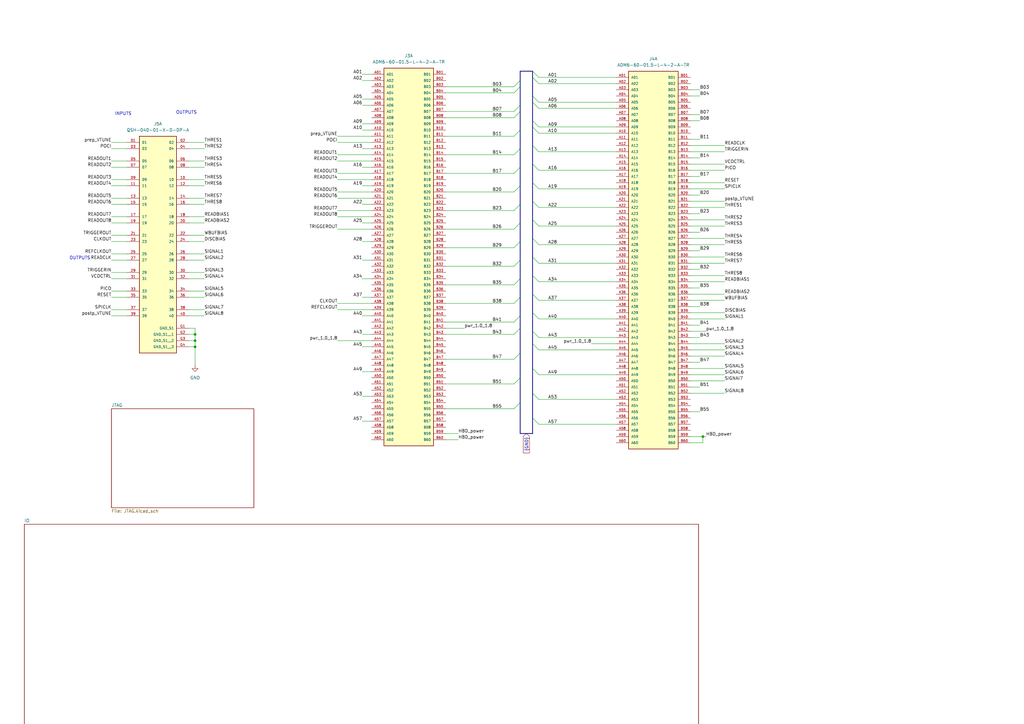
<source format=kicad_sch>
(kicad_sch (version 20231120) (generator "eeschema") (generator_version "8.0")
  (paper "A3")
  (lib_symbols
    (symbol "PSEC5_ctrlbd:ADM6-60-01.5-L-4-2-A-TR" (pin_names (offset 1.016))
      (property "Reference" "J" (at -10.16 77.47 0))
      (property "Value" "ADM6-60-01.5-L-4-2-A-TR" (at -10.16 -80.01 0))
      (symbol "ADM6-60-01.5-L-4-2-A-TR_1_0"
        (rectangle (start -10.16 -78.74) (end 10.16 76.2) (stroke (width 0.254)) (fill (type background)))
        (pin passive line (at -15.24 73.66 0) (length 5.08) (name "A01") (number "A01"))
        (pin passive line (at -15.24 71.12 0) (length 5.08) (name "A02") (number "A02"))
        (pin passive line (at -15.24 68.58 0) (length 5.08) (name "A03") (number "A03"))
        (pin passive line (at -15.24 66.04 0) (length 5.08) (name "A04") (number "A04"))
        (pin passive line (at -15.24 63.5 0) (length 5.08) (name "A05") (number "A05"))
        (pin passive line (at -15.24 60.96 0) (length 5.08) (name "A06") (number "A06"))
        (pin passive line (at -15.24 58.42 0) (length 5.08) (name "A07") (number "A07"))
        (pin passive line (at -15.24 55.88 0) (length 5.08) (name "A08") (number "A08"))
        (pin passive line (at -15.24 53.34 0) (length 5.08) (name "A09") (number "A09"))
        (pin passive line (at -15.24 50.8 0) (length 5.08) (name "A10") (number "A10"))
        (pin passive line (at -15.24 48.26 0) (length 5.08) (name "A11") (number "A11"))
        (pin passive line (at -15.24 45.72 0) (length 5.08) (name "A12") (number "A12"))
        (pin passive line (at -15.24 43.18 0) (length 5.08) (name "A13") (number "A13"))
        (pin passive line (at -15.24 40.64 0) (length 5.08) (name "A14") (number "A14"))
        (pin passive line (at -15.24 38.1 0) (length 5.08) (name "A15") (number "A15"))
        (pin passive line (at -15.24 35.56 0) (length 5.08) (name "A16") (number "A16"))
        (pin passive line (at -15.24 33.02 0) (length 5.08) (name "A17") (number "A17"))
        (pin passive line (at -15.24 30.48 0) (length 5.08) (name "A18") (number "A18"))
        (pin passive line (at -15.24 27.94 0) (length 5.08) (name "A19") (number "A19"))
        (pin passive line (at -15.24 25.4 0) (length 5.08) (name "A20") (number "A20"))
        (pin passive line (at -15.24 22.86 0) (length 5.08) (name "A21") (number "A21"))
        (pin passive line (at -15.24 20.32 0) (length 5.08) (name "A22") (number "A22"))
        (pin passive line (at -15.24 17.78 0) (length 5.08) (name "A23") (number "A23"))
        (pin passive line (at -15.24 15.24 0) (length 5.08) (name "A24") (number "A24"))
        (pin passive line (at -15.24 12.7 0) (length 5.08) (name "A25") (number "A25"))
        (pin passive line (at -15.24 10.16 0) (length 5.08) (name "A26") (number "A26"))
        (pin passive line (at -15.24 7.62 0) (length 5.08) (name "A27") (number "A27"))
        (pin passive line (at -15.24 5.08 0) (length 5.08) (name "A28") (number "A28"))
        (pin passive line (at -15.24 2.54 0) (length 5.08) (name "A29") (number "A29"))
        (pin passive line (at -15.24 0 0) (length 5.08) (name "A30") (number "A30"))
        (pin passive line (at -15.24 -2.54 0) (length 5.08) (name "A31") (number "A31"))
        (pin passive line (at -15.24 -5.08 0) (length 5.08) (name "A32") (number "A32"))
        (pin passive line (at -15.24 -7.62 0) (length 5.08) (name "A33") (number "A33"))
        (pin passive line (at -15.24 -10.16 0) (length 5.08) (name "A34") (number "A34"))
        (pin passive line (at -15.24 -12.7 0) (length 5.08) (name "A35") (number "A35"))
        (pin passive line (at -15.24 -15.24 0) (length 5.08) (name "A36") (number "A36"))
        (pin passive line (at -15.24 -17.78 0) (length 5.08) (name "A37") (number "A37"))
        (pin passive line (at -15.24 -20.32 0) (length 5.08) (name "A38") (number "A38"))
        (pin passive line (at -15.24 -22.86 0) (length 5.08) (name "A39") (number "A39"))
        (pin passive line (at -15.24 -25.4 0) (length 5.08) (name "A40") (number "A40"))
        (pin passive line (at -15.24 -27.94 0) (length 5.08) (name "A41") (number "A41"))
        (pin passive line (at -15.24 -30.48 0) (length 5.08) (name "A42") (number "A42"))
        (pin passive line (at -15.24 -33.02 0) (length 5.08) (name "A43") (number "A43"))
        (pin passive line (at -15.24 -35.56 0) (length 5.08) (name "A44") (number "A44"))
        (pin passive line (at -15.24 -38.1 0) (length 5.08) (name "A45") (number "A45"))
        (pin passive line (at -15.24 -40.64 0) (length 5.08) (name "A46") (number "A46"))
        (pin passive line (at -15.24 -43.18 0) (length 5.08) (name "A47") (number "A47"))
        (pin passive line (at -15.24 -45.72 0) (length 5.08) (name "A48") (number "A48"))
        (pin passive line (at -15.24 -48.26 0) (length 5.08) (name "A49") (number "A49"))
        (pin passive line (at -15.24 -50.8 0) (length 5.08) (name "A50") (number "A50"))
        (pin passive line (at -15.24 -53.34 0) (length 5.08) (name "A51") (number "A51"))
        (pin passive line (at -15.24 -55.88 0) (length 5.08) (name "A52") (number "A52"))
        (pin passive line (at -15.24 -58.42 0) (length 5.08) (name "A53") (number "A53"))
        (pin passive line (at -15.24 -60.96 0) (length 5.08) (name "A54") (number "A54"))
        (pin passive line (at -15.24 -63.5 0) (length 5.08) (name "A55") (number "A55"))
        (pin passive line (at -15.24 -66.04 0) (length 5.08) (name "A56") (number "A56"))
        (pin passive line (at -15.24 -68.58 0) (length 5.08) (name "A57") (number "A57"))
        (pin passive line (at -15.24 -71.12 0) (length 5.08) (name "A58") (number "A58"))
        (pin passive line (at -15.24 -73.66 0) (length 5.08) (name "A59") (number "A59"))
        (pin passive line (at -15.24 -76.2 0) (length 5.08) (name "A60") (number "A60"))
        (pin passive line (at 15.24 73.66 180) (length 5.08) (name "B01") (number "B01"))
        (pin passive line (at 15.24 71.12 180) (length 5.08) (name "B02") (number "B02"))
        (pin passive line (at 15.24 68.58 180) (length 5.08) (name "B03") (number "B03"))
        (pin passive line (at 15.24 66.04 180) (length 5.08) (name "B04") (number "B04"))
        (pin passive line (at 15.24 63.5 180) (length 5.08) (name "B05") (number "B05"))
        (pin passive line (at 15.24 60.96 180) (length 5.08) (name "B06") (number "B06"))
        (pin passive line (at 15.24 58.42 180) (length 5.08) (name "B07") (number "B07"))
        (pin passive line (at 15.24 55.88 180) (length 5.08) (name "B08") (number "B08"))
        (pin passive line (at 15.24 53.34 180) (length 5.08) (name "B09") (number "B09"))
        (pin passive line (at 15.24 50.8 180) (length 5.08) (name "B10") (number "B10"))
        (pin passive line (at 15.24 48.26 180) (length 5.08) (name "B11") (number "B11"))
        (pin passive line (at 15.24 45.72 180) (length 5.08) (name "B12") (number "B12"))
        (pin passive line (at 15.24 43.18 180) (length 5.08) (name "B13") (number "B13"))
        (pin passive line (at 15.24 40.64 180) (length 5.08) (name "B14") (number "B14"))
        (pin passive line (at 15.24 38.1 180) (length 5.08) (name "B15") (number "B15"))
        (pin passive line (at 15.24 35.56 180) (length 5.08) (name "B16") (number "B16"))
        (pin passive line (at 15.24 33.02 180) (length 5.08) (name "B17") (number "B17"))
        (pin passive line (at 15.24 30.48 180) (length 5.08) (name "B18") (number "B18"))
        (pin passive line (at 15.24 27.94 180) (length 5.08) (name "B19") (number "B19"))
        (pin passive line (at 15.24 25.4 180) (length 5.08) (name "B20") (number "B20"))
        (pin passive line (at 15.24 22.86 180) (length 5.08) (name "B21") (number "B21"))
        (pin passive line (at 15.24 20.32 180) (length 5.08) (name "B22") (number "B22"))
        (pin passive line (at 15.24 17.78 180) (length 5.08) (name "B23") (number "B23"))
        (pin passive line (at 15.24 15.24 180) (length 5.08) (name "B24") (number "B24"))
        (pin passive line (at 15.24 12.7 180) (length 5.08) (name "B25") (number "B25"))
        (pin passive line (at 15.24 10.16 180) (length 5.08) (name "B26") (number "B26"))
        (pin passive line (at 15.24 7.62 180) (length 5.08) (name "B27") (number "B27"))
        (pin passive line (at 15.24 5.08 180) (length 5.08) (name "B28") (number "B28"))
        (pin passive line (at 15.24 2.54 180) (length 5.08) (name "B29") (number "B29"))
        (pin passive line (at 15.24 0 180) (length 5.08) (name "B30") (number "B30"))
        (pin passive line (at 15.24 -2.54 180) (length 5.08) (name "B31") (number "B31"))
        (pin passive line (at 15.24 -5.08 180) (length 5.08) (name "B32") (number "B32"))
        (pin passive line (at 15.24 -7.62 180) (length 5.08) (name "B33") (number "B33"))
        (pin passive line (at 15.24 -10.16 180) (length 5.08) (name "B34") (number "B34"))
        (pin passive line (at 15.24 -12.7 180) (length 5.08) (name "B35") (number "B35"))
        (pin passive line (at 15.24 -15.24 180) (length 5.08) (name "B36") (number "B36"))
        (pin passive line (at 15.24 -17.78 180) (length 5.08) (name "B37") (number "B37"))
        (pin passive line (at 15.24 -20.32 180) (length 5.08) (name "B38") (number "B38"))
        (pin passive line (at 15.24 -22.86 180) (length 5.08) (name "B39") (number "B39"))
        (pin passive line (at 15.24 -25.4 180) (length 5.08) (name "B40") (number "B40"))
        (pin passive line (at 15.24 -27.94 180) (length 5.08) (name "B41") (number "B41"))
        (pin passive line (at 15.24 -30.48 180) (length 5.08) (name "B42") (number "B42"))
        (pin passive line (at 15.24 -33.02 180) (length 5.08) (name "B43") (number "B43"))
        (pin passive line (at 15.24 -35.56 180) (length 5.08) (name "B44") (number "B44"))
        (pin passive line (at 15.24 -38.1 180) (length 5.08) (name "B45") (number "B45"))
        (pin passive line (at 15.24 -40.64 180) (length 5.08) (name "B46") (number "B46"))
        (pin passive line (at 15.24 -43.18 180) (length 5.08) (name "B47") (number "B47"))
        (pin passive line (at 15.24 -45.72 180) (length 5.08) (name "B48") (number "B48"))
        (pin passive line (at 15.24 -48.26 180) (length 5.08) (name "B49") (number "B49"))
        (pin passive line (at 15.24 -50.8 180) (length 5.08) (name "B50") (number "B50"))
        (pin passive line (at 15.24 -53.34 180) (length 5.08) (name "B51") (number "B51"))
        (pin passive line (at 15.24 -55.88 180) (length 5.08) (name "B52") (number "B52"))
        (pin passive line (at 15.24 -58.42 180) (length 5.08) (name "B53") (number "B53"))
        (pin passive line (at 15.24 -60.96 180) (length 5.08) (name "B54") (number "B54"))
        (pin passive line (at 15.24 -63.5 180) (length 5.08) (name "B55") (number "B55"))
        (pin passive line (at 15.24 -66.04 180) (length 5.08) (name "B56") (number "B56"))
        (pin passive line (at 15.24 -68.58 180) (length 5.08) (name "B57") (number "B57"))
        (pin passive line (at 15.24 -71.12 180) (length 5.08) (name "B58") (number "B58"))
        (pin passive line (at 15.24 -73.66 180) (length 5.08) (name "B59") (number "B59"))
        (pin passive line (at 15.24 -76.2 180) (length 5.08) (name "B60") (number "B60"))
      )
      (symbol "ADM6-60-01.5-L-4-2-A-TR_2_0"
        (rectangle (start -10.16 -78.74) (end 10.16 76.2) (stroke (width 0.254)) (fill (type background)))
        (pin passive line (at -15.24 73.66 0) (length 5.08) (name "C01") (number "C01"))
        (pin passive line (at -15.24 71.12 0) (length 5.08) (name "C02") (number "C02"))
        (pin passive line (at -15.24 68.58 0) (length 5.08) (name "C03") (number "C03"))
        (pin passive line (at -15.24 66.04 0) (length 5.08) (name "C04") (number "C04"))
        (pin passive line (at -15.24 63.5 0) (length 5.08) (name "C05") (number "C05"))
        (pin passive line (at -15.24 60.96 0) (length 5.08) (name "C06") (number "C06"))
        (pin passive line (at -15.24 58.42 0) (length 5.08) (name "C07") (number "C07"))
        (pin passive line (at -15.24 55.88 0) (length 5.08) (name "C08") (number "C08"))
        (pin passive line (at -15.24 53.34 0) (length 5.08) (name "C09") (number "C09"))
        (pin passive line (at -15.24 50.8 0) (length 5.08) (name "C10") (number "C10"))
        (pin passive line (at -15.24 48.26 0) (length 5.08) (name "C11") (number "C11"))
        (pin passive line (at -15.24 45.72 0) (length 5.08) (name "C12") (number "C12"))
        (pin passive line (at -15.24 43.18 0) (length 5.08) (name "C13") (number "C13"))
        (pin passive line (at -15.24 40.64 0) (length 5.08) (name "C14") (number "C14"))
        (pin passive line (at -15.24 38.1 0) (length 5.08) (name "C15") (number "C15"))
        (pin passive line (at -15.24 35.56 0) (length 5.08) (name "C16") (number "C16"))
        (pin passive line (at -15.24 33.02 0) (length 5.08) (name "C17") (number "C17"))
        (pin passive line (at -15.24 30.48 0) (length 5.08) (name "C18") (number "C18"))
        (pin passive line (at -15.24 27.94 0) (length 5.08) (name "C19") (number "C19"))
        (pin passive line (at -15.24 25.4 0) (length 5.08) (name "C20") (number "C20"))
        (pin passive line (at -15.24 22.86 0) (length 5.08) (name "C21") (number "C21"))
        (pin passive line (at -15.24 20.32 0) (length 5.08) (name "C22") (number "C22"))
        (pin passive line (at -15.24 17.78 0) (length 5.08) (name "C23") (number "C23"))
        (pin passive line (at -15.24 15.24 0) (length 5.08) (name "C24") (number "C24"))
        (pin passive line (at -15.24 12.7 0) (length 5.08) (name "C25") (number "C25"))
        (pin passive line (at -15.24 10.16 0) (length 5.08) (name "C26") (number "C26"))
        (pin passive line (at -15.24 7.62 0) (length 5.08) (name "C27") (number "C27"))
        (pin passive line (at -15.24 5.08 0) (length 5.08) (name "C28") (number "C28"))
        (pin passive line (at -15.24 2.54 0) (length 5.08) (name "C29") (number "C29"))
        (pin passive line (at -15.24 0 0) (length 5.08) (name "C30") (number "C30"))
        (pin passive line (at -15.24 -2.54 0) (length 5.08) (name "C31") (number "C31"))
        (pin passive line (at -15.24 -5.08 0) (length 5.08) (name "C32") (number "C32"))
        (pin passive line (at -15.24 -7.62 0) (length 5.08) (name "C33") (number "C33"))
        (pin passive line (at -15.24 -10.16 0) (length 5.08) (name "C34") (number "C34"))
        (pin passive line (at -15.24 -12.7 0) (length 5.08) (name "C35") (number "C35"))
        (pin passive line (at -15.24 -15.24 0) (length 5.08) (name "C36") (number "C36"))
        (pin passive line (at -15.24 -17.78 0) (length 5.08) (name "C37") (number "C37"))
        (pin passive line (at -15.24 -20.32 0) (length 5.08) (name "C38") (number "C38"))
        (pin passive line (at -15.24 -22.86 0) (length 5.08) (name "C39") (number "C39"))
        (pin passive line (at -15.24 -25.4 0) (length 5.08) (name "C40") (number "C40"))
        (pin passive line (at -15.24 -27.94 0) (length 5.08) (name "C41") (number "C41"))
        (pin passive line (at -15.24 -30.48 0) (length 5.08) (name "C42") (number "C42"))
        (pin passive line (at -15.24 -33.02 0) (length 5.08) (name "C43") (number "C43"))
        (pin passive line (at -15.24 -35.56 0) (length 5.08) (name "C44") (number "C44"))
        (pin passive line (at -15.24 -38.1 0) (length 5.08) (name "C45") (number "C45"))
        (pin passive line (at -15.24 -40.64 0) (length 5.08) (name "C46") (number "C46"))
        (pin passive line (at -15.24 -43.18 0) (length 5.08) (name "C47") (number "C47"))
        (pin passive line (at -15.24 -45.72 0) (length 5.08) (name "C48") (number "C48"))
        (pin passive line (at -15.24 -48.26 0) (length 5.08) (name "C49") (number "C49"))
        (pin passive line (at -15.24 -50.8 0) (length 5.08) (name "C50") (number "C50"))
        (pin passive line (at -15.24 -53.34 0) (length 5.08) (name "C51") (number "C51"))
        (pin passive line (at -15.24 -55.88 0) (length 5.08) (name "C52") (number "C52"))
        (pin passive line (at -15.24 -58.42 0) (length 5.08) (name "C53") (number "C53"))
        (pin passive line (at -15.24 -60.96 0) (length 5.08) (name "C54") (number "C54"))
        (pin passive line (at -15.24 -63.5 0) (length 5.08) (name "C55") (number "C55"))
        (pin passive line (at -15.24 -66.04 0) (length 5.08) (name "C56") (number "C56"))
        (pin passive line (at -15.24 -68.58 0) (length 5.08) (name "C57") (number "C57"))
        (pin passive line (at -15.24 -71.12 0) (length 5.08) (name "C58") (number "C58"))
        (pin passive line (at -15.24 -73.66 0) (length 5.08) (name "C59") (number "C59"))
        (pin passive line (at -15.24 -76.2 0) (length 5.08) (name "C60") (number "C60"))
        (pin passive line (at 15.24 73.66 180) (length 5.08) (name "D01") (number "D01"))
        (pin passive line (at 15.24 71.12 180) (length 5.08) (name "D02") (number "D02"))
        (pin passive line (at 15.24 68.58 180) (length 5.08) (name "D03") (number "D03"))
        (pin passive line (at 15.24 66.04 180) (length 5.08) (name "D04") (number "D04"))
        (pin passive line (at 15.24 63.5 180) (length 5.08) (name "D05") (number "D05"))
        (pin passive line (at 15.24 60.96 180) (length 5.08) (name "D06") (number "D06"))
        (pin passive line (at 15.24 58.42 180) (length 5.08) (name "D07") (number "D07"))
        (pin passive line (at 15.24 55.88 180) (length 5.08) (name "D08") (number "D08"))
        (pin passive line (at 15.24 53.34 180) (length 5.08) (name "D09") (number "D09"))
        (pin passive line (at 15.24 50.8 180) (length 5.08) (name "D10") (number "D10"))
        (pin passive line (at 15.24 48.26 180) (length 5.08) (name "D11") (number "D11"))
        (pin passive line (at 15.24 45.72 180) (length 5.08) (name "D12") (number "D12"))
        (pin passive line (at 15.24 43.18 180) (length 5.08) (name "D13") (number "D13"))
        (pin passive line (at 15.24 40.64 180) (length 5.08) (name "D14") (number "D14"))
        (pin passive line (at 15.24 38.1 180) (length 5.08) (name "D15") (number "D15"))
        (pin passive line (at 15.24 35.56 180) (length 5.08) (name "D16") (number "D16"))
        (pin passive line (at 15.24 33.02 180) (length 5.08) (name "D17") (number "D17"))
        (pin passive line (at 15.24 30.48 180) (length 5.08) (name "D18") (number "D18"))
        (pin passive line (at 15.24 27.94 180) (length 5.08) (name "D19") (number "D19"))
        (pin passive line (at 15.24 25.4 180) (length 5.08) (name "D20") (number "D20"))
        (pin passive line (at 15.24 22.86 180) (length 5.08) (name "D21") (number "D21"))
        (pin passive line (at 15.24 20.32 180) (length 5.08) (name "D22") (number "D22"))
        (pin passive line (at 15.24 17.78 180) (length 5.08) (name "D23") (number "D23"))
        (pin passive line (at 15.24 15.24 180) (length 5.08) (name "D24") (number "D24"))
        (pin passive line (at 15.24 12.7 180) (length 5.08) (name "D25") (number "D25"))
        (pin passive line (at 15.24 10.16 180) (length 5.08) (name "D26") (number "D26"))
        (pin passive line (at 15.24 7.62 180) (length 5.08) (name "D27") (number "D27"))
        (pin passive line (at 15.24 5.08 180) (length 5.08) (name "D28") (number "D28"))
        (pin passive line (at 15.24 2.54 180) (length 5.08) (name "D29") (number "D29"))
        (pin passive line (at 15.24 0 180) (length 5.08) (name "D30") (number "D30"))
        (pin passive line (at 15.24 -2.54 180) (length 5.08) (name "D31") (number "D31"))
        (pin passive line (at 15.24 -5.08 180) (length 5.08) (name "D32") (number "D32"))
        (pin passive line (at 15.24 -7.62 180) (length 5.08) (name "D33") (number "D33"))
        (pin passive line (at 15.24 -10.16 180) (length 5.08) (name "D34") (number "D34"))
        (pin passive line (at 15.24 -12.7 180) (length 5.08) (name "D35") (number "D35"))
        (pin passive line (at 15.24 -15.24 180) (length 5.08) (name "D36") (number "D36"))
        (pin passive line (at 15.24 -17.78 180) (length 5.08) (name "D37") (number "D37"))
        (pin passive line (at 15.24 -20.32 180) (length 5.08) (name "D38") (number "D38"))
        (pin passive line (at 15.24 -22.86 180) (length 5.08) (name "D39") (number "D39"))
        (pin passive line (at 15.24 -25.4 180) (length 5.08) (name "D40") (number "D40"))
        (pin passive line (at 15.24 -27.94 180) (length 5.08) (name "D41") (number "D41"))
        (pin passive line (at 15.24 -30.48 180) (length 5.08) (name "D42") (number "D42"))
        (pin passive line (at 15.24 -33.02 180) (length 5.08) (name "D43") (number "D43"))
        (pin passive line (at 15.24 -35.56 180) (length 5.08) (name "D44") (number "D44"))
        (pin passive line (at 15.24 -38.1 180) (length 5.08) (name "D45") (number "D45"))
        (pin passive line (at 15.24 -40.64 180) (length 5.08) (name "D46") (number "D46"))
        (pin passive line (at 15.24 -43.18 180) (length 5.08) (name "D47") (number "D47"))
        (pin passive line (at 15.24 -45.72 180) (length 5.08) (name "D48") (number "D48"))
        (pin passive line (at 15.24 -48.26 180) (length 5.08) (name "D49") (number "D49"))
        (pin passive line (at 15.24 -50.8 180) (length 5.08) (name "D50") (number "D50"))
        (pin passive line (at 15.24 -53.34 180) (length 5.08) (name "D51") (number "D51"))
        (pin passive line (at 15.24 -55.88 180) (length 5.08) (name "D52") (number "D52"))
        (pin passive line (at 15.24 -58.42 180) (length 5.08) (name "D53") (number "D53"))
        (pin passive line (at 15.24 -60.96 180) (length 5.08) (name "D54") (number "D54"))
        (pin passive line (at 15.24 -63.5 180) (length 5.08) (name "D55") (number "D55"))
        (pin passive line (at 15.24 -66.04 180) (length 5.08) (name "D56") (number "D56"))
        (pin passive line (at 15.24 -68.58 180) (length 5.08) (name "D57") (number "D57"))
        (pin passive line (at 15.24 -71.12 180) (length 5.08) (name "D58") (number "D58"))
        (pin passive line (at 15.24 -73.66 180) (length 5.08) (name "D59") (number "D59"))
        (pin passive line (at 15.24 -76.2 180) (length 5.08) (name "D60") (number "D60"))
      )
    )
    (symbol "PSEC5_ctrlbd:QSH-040-01-X-D-DP-A" (pin_names (offset 1.016))
      (property "Reference" "J" (at -7.62 41.275 0))
      (property "Value" "QSH-040-01-X-D-DP-A" (at -11.43 -50.8 0))
      (symbol "QSH-040-01-X-D-DP-A_1_0"
        (rectangle (start -7.62 -48.26) (end 7.62 40.64) (stroke (width 0.254)) (fill (type background)))
        (pin passive line (at -12.7 38.1 0) (length 5.08) (name "01") (number "01"))
        (pin passive line (at 12.7 38.1 180) (length 5.08) (name "02") (number "02"))
        (pin passive line (at -12.7 35.56 0) (length 5.08) (name "03") (number "03"))
        (pin passive line (at 12.7 35.56 180) (length 5.08) (name "04") (number "04"))
        (pin passive line (at -12.7 30.48 0) (length 5.08) (name "05") (number "05"))
        (pin passive line (at 12.7 30.48 180) (length 5.08) (name "06") (number "06"))
        (pin passive line (at -12.7 27.94 0) (length 5.08) (name "07") (number "07"))
        (pin passive line (at 12.7 27.94 180) (length 5.08) (name "08") (number "08"))
        (pin passive line (at -12.7 22.86 0) (length 5.08) (name "09") (number "09"))
        (pin passive line (at 12.7 22.86 180) (length 5.08) (name "10") (number "10"))
        (pin passive line (at -12.7 20.32 0) (length 5.08) (name "11") (number "11"))
        (pin passive line (at 12.7 20.32 180) (length 5.08) (name "12") (number "12"))
        (pin passive line (at -12.7 15.24 0) (length 5.08) (name "13") (number "13"))
        (pin passive line (at 12.7 15.24 180) (length 5.08) (name "14") (number "14"))
        (pin passive line (at -12.7 12.7 0) (length 5.08) (name "15") (number "15"))
        (pin passive line (at 12.7 12.7 180) (length 5.08) (name "16") (number "16"))
        (pin passive line (at -12.7 7.62 0) (length 5.08) (name "17") (number "17"))
        (pin passive line (at 12.7 7.62 180) (length 5.08) (name "18") (number "18"))
        (pin passive line (at -12.7 5.08 0) (length 5.08) (name "19") (number "19"))
        (pin passive line (at 12.7 5.08 180) (length 5.08) (name "20") (number "20"))
        (pin passive line (at -12.7 0 0) (length 5.08) (name "21") (number "21"))
        (pin passive line (at 12.7 0 180) (length 5.08) (name "22") (number "22"))
        (pin passive line (at -12.7 -2.54 0) (length 5.08) (name "23") (number "23"))
        (pin passive line (at 12.7 -2.54 180) (length 5.08) (name "24") (number "24"))
        (pin passive line (at -12.7 -7.62 0) (length 5.08) (name "25") (number "25"))
        (pin passive line (at 12.7 -7.62 180) (length 5.08) (name "26") (number "26"))
        (pin passive line (at -12.7 -10.16 0) (length 5.08) (name "27") (number "27"))
        (pin passive line (at 12.7 -10.16 180) (length 5.08) (name "28") (number "28"))
        (pin passive line (at -12.7 -15.24 0) (length 5.08) (name "29") (number "29"))
        (pin passive line (at 12.7 -15.24 180) (length 5.08) (name "30") (number "30"))
        (pin passive line (at -12.7 -17.78 0) (length 5.08) (name "31") (number "31"))
        (pin passive line (at 12.7 -17.78 180) (length 5.08) (name "32") (number "32"))
        (pin passive line (at -12.7 -22.86 0) (length 5.08) (name "33") (number "33"))
        (pin passive line (at 12.7 -22.86 180) (length 5.08) (name "34") (number "34"))
        (pin passive line (at -12.7 -25.4 0) (length 5.08) (name "35") (number "35"))
        (pin passive line (at 12.7 -25.4 180) (length 5.08) (name "36") (number "36"))
        (pin passive line (at -12.7 -30.48 0) (length 5.08) (name "37") (number "37"))
        (pin passive line (at 12.7 -30.48 180) (length 5.08) (name "38") (number "38"))
        (pin passive line (at -12.7 -33.02 0) (length 5.08) (name "39") (number "39"))
        (pin passive line (at 12.7 -33.02 180) (length 5.08) (name "40") (number "40"))
        (pin power_in line (at 12.7 -38.1 180) (length 5.08) (name "GND_S1") (number "G1"))
        (pin power_in line (at 12.7 -40.64 180) (length 5.08) (name "GND_S1__1") (number "G2"))
        (pin power_in line (at 12.7 -43.18 180) (length 5.08) (name "GND_S1__2") (number "G3"))
        (pin power_in line (at 12.7 -45.72 180) (length 5.08) (name "GND_S1__3") (number "G4"))
      )
      (symbol "QSH-040-01-X-D-DP-A_2_0"
        (rectangle (start -7.62 -48.26) (end 7.62 40.64) (stroke (width 0.254)) (fill (type background)))
        (pin passive line (at -12.7 38.1 0) (length 5.08) (name "41") (number "41"))
        (pin passive line (at 12.7 38.1 180) (length 5.08) (name "42") (number "42"))
        (pin passive line (at -12.7 35.56 0) (length 5.08) (name "43") (number "43"))
        (pin passive line (at 12.7 35.56 180) (length 5.08) (name "44") (number "44"))
        (pin passive line (at -12.7 30.48 0) (length 5.08) (name "45") (number "45"))
        (pin passive line (at 12.7 30.48 180) (length 5.08) (name "46") (number "46"))
        (pin passive line (at -12.7 27.94 0) (length 5.08) (name "47") (number "47"))
        (pin passive line (at 12.7 27.94 180) (length 5.08) (name "48") (number "48"))
        (pin passive line (at -12.7 22.86 0) (length 5.08) (name "49") (number "49"))
        (pin passive line (at 12.7 22.86 180) (length 5.08) (name "50") (number "50"))
        (pin passive line (at -12.7 20.32 0) (length 5.08) (name "51") (number "51"))
        (pin passive line (at 12.7 20.32 180) (length 5.08) (name "52") (number "52"))
        (pin passive line (at -12.7 15.24 0) (length 5.08) (name "53") (number "53"))
        (pin passive line (at 12.7 15.24 180) (length 5.08) (name "54") (number "54"))
        (pin passive line (at -12.7 12.7 0) (length 5.08) (name "55") (number "55"))
        (pin passive line (at 12.7 12.7 180) (length 5.08) (name "56") (number "56"))
        (pin passive line (at -12.7 7.62 0) (length 5.08) (name "57") (number "57"))
        (pin passive line (at 12.7 7.62 180) (length 5.08) (name "58") (number "58"))
        (pin passive line (at -12.7 5.08 0) (length 5.08) (name "59") (number "59"))
        (pin passive line (at 12.7 5.08 180) (length 5.08) (name "60") (number "60"))
        (pin passive line (at -12.7 0 0) (length 5.08) (name "61") (number "61"))
        (pin passive line (at 12.7 0 180) (length 5.08) (name "62") (number "62"))
        (pin passive line (at -12.7 -2.54 0) (length 5.08) (name "63") (number "63"))
        (pin passive line (at 12.7 -2.54 180) (length 5.08) (name "64") (number "64"))
        (pin passive line (at -12.7 -7.62 0) (length 5.08) (name "65") (number "65"))
        (pin passive line (at 12.7 -7.62 180) (length 5.08) (name "66") (number "66"))
        (pin passive line (at -12.7 -10.16 0) (length 5.08) (name "67") (number "67"))
        (pin passive line (at 12.7 -10.16 180) (length 5.08) (name "68") (number "68"))
        (pin passive line (at -12.7 -15.24 0) (length 5.08) (name "69") (number "69"))
        (pin passive line (at 12.7 -15.24 180) (length 5.08) (name "70") (number "70"))
        (pin passive line (at -12.7 -17.78 0) (length 5.08) (name "71") (number "71"))
        (pin passive line (at 12.7 -17.78 180) (length 5.08) (name "72") (number "72"))
        (pin passive line (at -12.7 -22.86 0) (length 5.08) (name "73") (number "73"))
        (pin passive line (at 12.7 -22.86 180) (length 5.08) (name "74") (number "74"))
        (pin passive line (at -12.7 -25.4 0) (length 5.08) (name "75") (number "75"))
        (pin passive line (at 12.7 -25.4 180) (length 5.08) (name "76") (number "76"))
        (pin passive line (at -12.7 -30.48 0) (length 5.08) (name "77") (number "77"))
        (pin passive line (at 12.7 -30.48 180) (length 5.08) (name "78") (number "78"))
        (pin passive line (at -12.7 -33.02 0) (length 5.08) (name "79") (number "79"))
        (pin passive line (at 12.7 -33.02 180) (length 5.08) (name "80") (number "80"))
        (pin power_in line (at 12.7 -38.1 180) (length 5.08) (name "GND_S2") (number "G5"))
        (pin power_in line (at 12.7 -40.64 180) (length 5.08) (name "GND_S2__1") (number "G6"))
        (pin power_in line (at 12.7 -43.18 180) (length 5.08) (name "GND_S2__2") (number "G7"))
        (pin power_in line (at 12.7 -45.72 180) (length 5.08) (name "GND_S2__3") (number "G8"))
      )
    )
    (symbol "power:GND" (power) (pin_numbers hide) (pin_names (offset 0) hide)
      (property "Value" "GND" (at 0 -3.81 0))
      (symbol "GND_0_1"
        (polyline (pts (xy 0 0) (xy 0 -1.27) (xy 1.27 -1.27) (xy 0 -2.54) (xy -1.27 -1.27) (xy 0 -1.27)))
      )
      (symbol "GND_1_1"
        (pin power_in line (at 0 0 270) (length 0) (name "~") (number "1"))
      )
    )
  )
  (bus_alias "" (members))
  (bus_alias "GND" (members "B60" "B55" "B51" "B47" "B43" "B42" "B41" "B38" "B35" "B32" "B29" "B26" "B23" "B20" "B17" "B14" "B11" "B08" "B07" "B04" "B03" "A57" "A53" "A49" "A45" "A43" "A40" "A37" "A34" "A31" "A28" "A25" "A22" "A19" "A16" "A13" "A10" "A09" "A06" "A05" "A02" "A01"))
  (junction (at 80.01 142.24))
  (junction (at 80.01 139.7))
  (junction (at 80.01 137.16))
  (junction (at 288.29 179.07))
  (bus_entry (at 213.36 121.92) (size -2.54 2.54))
  (bus_entry (at 218.44 120.65) (size 2.54 2.54))
  (bus_entry (at 218.44 90.17) (size 2.54 2.54))
  (bus_entry (at 218.44 67.31) (size 2.54 2.54))
  (bus_entry (at 213.36 91.44) (size -2.54 2.54))
  (bus_entry (at 213.36 99.06) (size -2.54 2.54))
  (bus_entry (at 218.44 49.53) (size 2.54 2.54))
  (bus_entry (at 218.44 74.93) (size 2.54 2.54))
  (bus_entry (at 213.36 134.62) (size -2.54 2.54))
  (bus_entry (at 213.36 45.72) (size -2.54 2.54))
  (bus_entry (at 213.36 114.3) (size -2.54 2.54))
  (bus_entry (at 218.44 128.27) (size 2.54 2.54))
  (bus_entry (at 218.44 39.37) (size 2.54 2.54))
  (bus_entry (at 213.36 144.78) (size -2.54 2.54))
  (bus_entry (at 218.44 151.13) (size 2.54 2.54))
  (bus_entry (at 213.36 154.94) (size -2.54 2.54))
  (bus_entry (at 213.36 165.1) (size -2.54 2.54))
  (bus_entry (at 213.36 83.82) (size -2.54 2.54))
  (bus_entry (at 218.44 41.91) (size 2.54 2.54))
  (bus_entry (at 218.44 29.21) (size 2.54 2.54))
  (bus_entry (at 213.36 68.58) (size -2.54 2.54))
  (bus_entry (at 218.44 59.69) (size 2.54 2.54))
  (bus_entry (at 213.36 60.96) (size -2.54 2.54))
  (bus_entry (at 218.44 161.29) (size 2.54 2.54))
  (bus_entry (at 213.36 106.68) (size -2.54 2.54))
  (bus_entry (at 218.44 82.55) (size 2.54 2.54))
  (bus_entry (at 213.36 76.2) (size -2.54 2.54))
  (bus_entry (at 213.36 33.02) (size -2.54 2.54))
  (bus_entry (at 218.44 31.75) (size 2.54 2.54))
  (bus_entry (at 218.44 113.03) (size 2.54 2.54))
  (bus_entry (at 218.44 52.07) (size 2.54 2.54))
  (bus_entry (at 213.36 129.54) (size -2.54 2.54))
  (bus_entry (at 218.44 105.41) (size 2.54 2.54))
  (bus_entry (at 213.36 53.34) (size -2.54 2.54))
  (bus_entry (at 218.44 135.89) (size 2.54 2.54))
  (bus_entry (at 213.36 35.56) (size -2.54 2.54))
  (bus_entry (at 218.44 171.45) (size 2.54 2.54))
  (bus_entry (at 218.44 140.97) (size 2.54 2.54))
  (bus_entry (at 218.44 97.79) (size 2.54 2.54))
  (bus_entry (at 213.36 43.18) (size -2.54 2.54))
  (wire (pts (xy 138.43 124.46) (xy 152.4 124.46)))
  (wire (pts (xy 220.98 34.29) (xy 252.73 34.29)))
  (wire (pts (xy 283.21 77.47) (xy 297.18 77.47)))
  (bus (pts (xy 218.44 151.13) (xy 218.44 161.29)))
  (wire (pts (xy 45.72 121.92) (xy 52.07 121.92)))
  (wire (pts (xy 220.98 163.83) (xy 252.73 163.83)))
  (wire (pts (xy 283.21 39.37) (xy 287.02 39.37)))
  (wire (pts (xy 283.21 158.75) (xy 287.02 158.75)))
  (bus (pts (xy 213.36 114.3) (xy 213.36 121.92)))
  (wire (pts (xy 77.47 91.44) (xy 83.82 91.44)))
  (bus (pts (xy 218.44 128.27) (xy 218.44 135.89)))
  (wire (pts (xy 148.59 142.24) (xy 152.4 142.24)))
  (wire (pts (xy 220.98 100.33) (xy 252.73 100.33)))
  (wire (pts (xy 138.43 93.98) (xy 152.4 93.98)))
  (bus (pts (xy 218.44 49.53) (xy 218.44 52.07)))
  (wire (pts (xy 288.29 179.07) (xy 289.56 179.07)))
  (wire (pts (xy 182.88 116.84) (xy 210.82 116.84)))
  (wire (pts (xy 283.21 130.81) (xy 297.18 130.81)))
  (wire (pts (xy 182.88 55.88) (xy 210.82 55.88)))
  (bus (pts (xy 218.44 29.21) (xy 218.44 31.75)))
  (bus (pts (xy 213.36 83.82) (xy 213.36 91.44)))
  (wire (pts (xy 45.72 81.28) (xy 52.07 81.28)))
  (wire (pts (xy 288.29 179.07) (xy 288.29 181.61)))
  (wire (pts (xy 283.21 97.79) (xy 297.18 97.79)))
  (bus (pts (xy 218.44 39.37) (xy 218.44 41.91)))
  (wire (pts (xy 182.88 167.64) (xy 210.82 167.64)))
  (wire (pts (xy 220.98 41.91) (xy 252.73 41.91)))
  (wire (pts (xy 182.88 132.08) (xy 210.82 132.08)))
  (wire (pts (xy 182.88 101.6) (xy 210.82 101.6)))
  (bus (pts (xy 213.36 33.02) (xy 213.36 35.56)))
  (wire (pts (xy 220.98 138.43) (xy 252.73 138.43)))
  (wire (pts (xy 148.59 172.72) (xy 152.4 172.72)))
  (wire (pts (xy 220.98 173.99) (xy 252.73 173.99)))
  (wire (pts (xy 283.21 118.11) (xy 287.02 118.11)))
  (wire (pts (xy 148.59 162.56) (xy 152.4 162.56)))
  (wire (pts (xy 283.21 143.51) (xy 297.18 143.51)))
  (wire (pts (xy 77.47 104.14) (xy 83.82 104.14)))
  (bus (pts (xy 213.36 165.1) (xy 213.36 177.8)))
  (bus (pts (xy 213.36 134.62) (xy 213.36 144.78)))
  (bus (pts (xy 213.36 106.68) (xy 213.36 114.3)))
  (bus (pts (xy 213.36 60.96) (xy 213.36 68.58)))
  (wire (pts (xy 220.98 107.95) (xy 252.73 107.95)))
  (wire (pts (xy 148.59 121.92) (xy 152.4 121.92)))
  (wire (pts (xy 182.88 71.12) (xy 210.82 71.12)))
  (wire (pts (xy 220.98 85.09) (xy 252.73 85.09)))
  (wire (pts (xy 148.59 137.16) (xy 152.4 137.16)))
  (wire (pts (xy 45.72 129.54) (xy 52.07 129.54)))
  (wire (pts (xy 77.47 76.2) (xy 83.82 76.2)))
  (wire (pts (xy 283.21 115.57) (xy 297.18 115.57)))
  (wire (pts (xy 182.88 157.48) (xy 210.82 157.48)))
  (wire (pts (xy 148.59 30.48) (xy 152.4 30.48)))
  (wire (pts (xy 148.59 83.82) (xy 152.4 83.82)))
  (wire (pts (xy 148.59 43.18) (xy 152.4 43.18)))
  (wire (pts (xy 148.59 40.64) (xy 152.4 40.64)))
  (wire (pts (xy 283.21 102.87) (xy 287.02 102.87)))
  (wire (pts (xy 242.57 140.97) (xy 252.73 140.97)))
  (wire (pts (xy 283.21 179.07) (xy 288.29 179.07)))
  (wire (pts (xy 182.88 124.46) (xy 210.82 124.46)))
  (wire (pts (xy 77.47 119.38) (xy 83.82 119.38)))
  (wire (pts (xy 148.59 53.34) (xy 152.4 53.34)))
  (wire (pts (xy 182.88 134.62) (xy 190.5 134.62)))
  (wire (pts (xy 45.72 58.42) (xy 52.07 58.42)))
  (wire (pts (xy 182.88 137.16) (xy 210.82 137.16)))
  (wire (pts (xy 138.43 86.36) (xy 152.4 86.36)))
  (wire (pts (xy 77.47 60.96) (xy 83.82 60.96)))
  (wire (pts (xy 283.21 156.21) (xy 297.18 156.21)))
  (wire (pts (xy 148.59 91.44) (xy 152.4 91.44)))
  (wire (pts (xy 182.88 93.98) (xy 210.82 93.98)))
  (bus (pts (xy 218.44 90.17) (xy 218.44 97.79)))
  (wire (pts (xy 138.43 55.88) (xy 152.4 55.88)))
  (wire (pts (xy 283.21 161.29) (xy 297.18 161.29)))
  (wire (pts (xy 80.01 142.24) (xy 80.01 149.86)))
  (wire (pts (xy 138.43 71.12) (xy 152.4 71.12)))
  (wire (pts (xy 77.47 111.76) (xy 83.82 111.76)))
  (wire (pts (xy 77.47 58.42) (xy 83.82 58.42)))
  (wire (pts (xy 182.88 78.74) (xy 210.82 78.74)))
  (wire (pts (xy 77.47 96.52) (xy 83.82 96.52)))
  (bus (pts (xy 213.36 121.92) (xy 213.36 129.54)))
  (wire (pts (xy 77.47 106.68) (xy 83.82 106.68)))
  (wire (pts (xy 220.98 92.71) (xy 252.73 92.71)))
  (wire (pts (xy 80.01 134.62) (xy 80.01 137.16)))
  (wire (pts (xy 45.72 60.96) (xy 52.07 60.96)))
  (wire (pts (xy 45.72 76.2) (xy 52.07 76.2)))
  (bus (pts (xy 218.44 161.29) (xy 218.44 171.45)))
  (wire (pts (xy 220.98 123.19) (xy 252.73 123.19)))
  (wire (pts (xy 77.47 137.16) (xy 80.01 137.16)))
  (wire (pts (xy 283.21 135.89) (xy 289.56 135.89)))
  (wire (pts (xy 283.21 107.95) (xy 297.18 107.95)))
  (bus (pts (xy 213.36 129.54) (xy 213.36 134.62)))
  (bus (pts (xy 218.44 140.97) (xy 218.44 151.13)))
  (bus (pts (xy 218.44 31.75) (xy 218.44 39.37)))
  (bus (pts (xy 213.36 68.58) (xy 213.36 76.2)))
  (wire (pts (xy 283.21 67.31) (xy 297.18 67.31)))
  (wire (pts (xy 77.47 129.54) (xy 83.82 129.54)))
  (wire (pts (xy 148.59 114.3) (xy 152.4 114.3)))
  (wire (pts (xy 283.21 100.33) (xy 297.18 100.33)))
  (wire (pts (xy 45.72 111.76) (xy 52.07 111.76)))
  (wire (pts (xy 283.21 80.01) (xy 287.02 80.01)))
  (wire (pts (xy 283.21 46.99) (xy 287.02 46.99)))
  (bus (pts (xy 213.36 35.56) (xy 213.36 43.18)))
  (wire (pts (xy 283.21 105.41) (xy 297.18 105.41)))
  (wire (pts (xy 182.88 38.1) (xy 210.82 38.1)))
  (wire (pts (xy 283.21 49.53) (xy 287.02 49.53)))
  (wire (pts (xy 45.72 119.38) (xy 52.07 119.38)))
  (bus (pts (xy 213.36 76.2) (xy 213.36 83.82)))
  (wire (pts (xy 148.59 33.02) (xy 152.4 33.02)))
  (wire (pts (xy 220.98 153.67) (xy 252.73 153.67)))
  (wire (pts (xy 77.47 134.62) (xy 80.01 134.62)))
  (wire (pts (xy 283.21 85.09) (xy 297.18 85.09)))
  (wire (pts (xy 45.72 106.68) (xy 52.07 106.68)))
  (wire (pts (xy 45.72 88.9) (xy 52.07 88.9)))
  (wire (pts (xy 138.43 63.5) (xy 152.4 63.5)))
  (wire (pts (xy 283.21 125.73) (xy 287.02 125.73)))
  (wire (pts (xy 77.47 88.9) (xy 83.82 88.9)))
  (wire (pts (xy 283.21 148.59) (xy 287.02 148.59)))
  (wire (pts (xy 138.43 58.42) (xy 152.4 58.42)))
  (wire (pts (xy 138.43 78.74) (xy 152.4 78.74)))
  (wire (pts (xy 283.21 95.25) (xy 287.02 95.25)))
  (wire (pts (xy 182.88 180.34) (xy 187.96 180.34)))
  (wire (pts (xy 45.72 66.04) (xy 52.07 66.04)))
  (wire (pts (xy 220.98 52.07) (xy 252.73 52.07)))
  (wire (pts (xy 148.59 76.2) (xy 152.4 76.2)))
  (wire (pts (xy 77.47 121.92) (xy 83.82 121.92)))
  (bus (pts (xy 213.36 29.21) (xy 213.36 33.02)))
  (wire (pts (xy 77.47 68.58) (xy 83.82 68.58)))
  (wire (pts (xy 283.21 120.65) (xy 297.18 120.65)))
  (bus (pts (xy 213.36 154.94) (xy 213.36 165.1)))
  (wire (pts (xy 283.21 110.49) (xy 287.02 110.49)))
  (wire (pts (xy 220.98 54.61) (xy 252.73 54.61)))
  (bus (pts (xy 213.36 144.78) (xy 213.36 154.94)))
  (wire (pts (xy 138.43 73.66) (xy 152.4 73.66)))
  (bus (pts (xy 218.44 105.41) (xy 218.44 113.03)))
  (wire (pts (xy 288.29 181.61) (xy 283.21 181.61)))
  (bus (pts (xy 218.44 113.03) (xy 218.44 120.65)))
  (wire (pts (xy 45.72 127) (xy 52.07 127)))
  (wire (pts (xy 283.21 57.15) (xy 287.02 57.15)))
  (wire (pts (xy 138.43 139.7) (xy 152.4 139.7)))
  (wire (pts (xy 182.88 109.22) (xy 210.82 109.22)))
  (bus (pts (xy 218.44 97.79) (xy 218.44 105.41)))
  (bus (pts (xy 213.36 43.18) (xy 213.36 45.72)))
  (wire (pts (xy 77.47 73.66) (xy 83.82 73.66)))
  (wire (pts (xy 77.47 142.24) (xy 80.01 142.24)))
  (wire (pts (xy 283.21 62.23) (xy 297.18 62.23)))
  (wire (pts (xy 77.47 99.06) (xy 83.82 99.06)))
  (wire (pts (xy 45.72 68.58) (xy 52.07 68.58)))
  (wire (pts (xy 283.21 69.85) (xy 297.18 69.85)))
  (wire (pts (xy 220.98 143.51) (xy 252.73 143.51)))
  (wire (pts (xy 182.88 177.8) (xy 187.96 177.8)))
  (wire (pts (xy 283.21 36.83) (xy 287.02 36.83)))
  (wire (pts (xy 182.88 35.56) (xy 210.82 35.56)))
  (wire (pts (xy 45.72 83.82) (xy 52.07 83.82)))
  (bus (pts (xy 218.44 82.55) (xy 218.44 90.17)))
  (wire (pts (xy 148.59 129.54) (xy 152.4 129.54)))
  (wire (pts (xy 220.98 69.85) (xy 252.73 69.85)))
  (bus (pts (xy 218.44 67.31) (xy 218.44 74.93)))
  (wire (pts (xy 283.21 74.93) (xy 297.18 74.93)))
  (wire (pts (xy 77.47 83.82) (xy 83.82 83.82)))
  (wire (pts (xy 220.98 130.81) (xy 252.73 130.81)))
  (bus (pts (xy 213.36 53.34) (xy 213.36 60.96)))
  (wire (pts (xy 138.43 66.04) (xy 152.4 66.04)))
  (wire (pts (xy 283.21 87.63) (xy 287.02 87.63)))
  (wire (pts (xy 148.59 68.58) (xy 152.4 68.58)))
  (bus (pts (xy 218.44 74.93) (xy 218.44 82.55)))
  (wire (pts (xy 283.21 113.03) (xy 297.18 113.03)))
  (wire (pts (xy 283.21 133.35) (xy 287.02 133.35)))
  (wire (pts (xy 182.88 86.36) (xy 210.82 86.36)))
  (wire (pts (xy 45.72 73.66) (xy 52.07 73.66)))
  (bus (pts (xy 213.36 177.8) (xy 218.44 177.8)))
  (wire (pts (xy 182.88 45.72) (xy 210.82 45.72)))
  (bus (pts (xy 218.44 171.45) (xy 218.44 177.8)))
  (wire (pts (xy 283.21 151.13) (xy 297.18 151.13)))
  (wire (pts (xy 77.47 127) (xy 83.82 127)))
  (wire (pts (xy 182.88 63.5) (xy 210.82 63.5)))
  (wire (pts (xy 220.98 77.47) (xy 252.73 77.47)))
  (wire (pts (xy 45.72 91.44) (xy 52.07 91.44)))
  (bus (pts (xy 213.36 29.21) (xy 218.44 29.21)))
  (wire (pts (xy 45.72 96.52) (xy 52.07 96.52)))
  (wire (pts (xy 45.72 104.14) (xy 52.07 104.14)))
  (wire (pts (xy 283.21 92.71) (xy 297.18 92.71)))
  (wire (pts (xy 220.98 31.75) (xy 252.73 31.75)))
  (wire (pts (xy 80.01 137.16) (xy 80.01 139.7)))
  (bus (pts (xy 218.44 59.69) (xy 218.44 67.31)))
  (bus (pts (xy 213.36 91.44) (xy 213.36 99.06)))
  (wire (pts (xy 283.21 128.27) (xy 297.18 128.27)))
  (wire (pts (xy 283.21 138.43) (xy 287.02 138.43)))
  (wire (pts (xy 148.59 60.96) (xy 152.4 60.96)))
  (wire (pts (xy 138.43 88.9) (xy 152.4 88.9)))
  (bus (pts (xy 213.36 45.72) (xy 213.36 53.34)))
  (wire (pts (xy 148.59 50.8) (xy 152.4 50.8)))
  (wire (pts (xy 77.47 81.28) (xy 83.82 81.28)))
  (bus (pts (xy 213.36 99.06) (xy 213.36 106.68)))
  (wire (pts (xy 148.59 99.06) (xy 152.4 99.06)))
  (wire (pts (xy 283.21 140.97) (xy 297.18 140.97)))
  (bus (pts (xy 218.44 52.07) (xy 218.44 59.69)))
  (wire (pts (xy 283.21 123.19) (xy 297.18 123.19)))
  (wire (pts (xy 220.98 62.23) (xy 252.73 62.23)))
  (wire (pts (xy 283.21 59.69) (xy 297.18 59.69)))
  (bus (pts (xy 218.44 41.91) (xy 218.44 49.53)))
  (wire (pts (xy 148.59 152.4) (xy 152.4 152.4)))
  (wire (pts (xy 182.88 147.32) (xy 210.82 147.32)))
  (wire (pts (xy 138.43 81.28) (xy 152.4 81.28)))
  (wire (pts (xy 80.01 139.7) (xy 80.01 142.24)))
  (wire (pts (xy 283.21 146.05) (xy 297.18 146.05)))
  (wire (pts (xy 283.21 72.39) (xy 287.02 72.39)))
  (wire (pts (xy 283.21 82.55) (xy 297.18 82.55)))
  (wire (pts (xy 45.72 114.3) (xy 52.07 114.3)))
  (wire (pts (xy 45.72 99.06) (xy 52.07 99.06)))
  (wire (pts (xy 182.88 48.26) (xy 210.82 48.26)))
  (wire (pts (xy 77.47 66.04) (xy 83.82 66.04)))
  (wire (pts (xy 80.01 139.7) (xy 77.47 139.7)))
  (wire (pts (xy 283.21 153.67) (xy 297.18 153.67)))
  (wire (pts (xy 283.21 168.91) (xy 287.02 168.91)))
  (wire (pts (xy 283.21 64.77) (xy 287.02 64.77)))
  (wire (pts (xy 77.47 114.3) (xy 83.82 114.3)))
  (wire (pts (xy 220.98 115.57) (xy 252.73 115.57)))
  (wire (pts (xy 283.21 90.17) (xy 297.18 90.17)))
  (wire (pts (xy 148.59 106.68) (xy 152.4 106.68)))
  (wire (pts (xy 220.98 44.45) (xy 252.73 44.45)))
  (bus (pts (xy 218.44 120.65) (xy 218.44 128.27)))
  (wire (pts (xy 138.43 127) (xy 152.4 127)))
  (bus (pts (xy 218.44 135.89) (xy 218.44 140.97)))
  (text "OUTPUTS" (at 76.454 46.228 0) (effects (font (size 1.27 1.27))))
  (text "INPUTS\n" (at 50.546 46.736 0) (effects (font (size 1.27 1.27))))
  (text "OUTPUTS" (at 32.766 105.918 0) (effects (font (size 1.27 1.27))))
  (label "A53" (at 148.59 162.56 180))
  (label "B08" (at 201.93 48.26 0))
  (label "SIGNAL7" (at 83.82 127 0))
  (label "TRIGGEROUT" (at 45.72 96.52 180))
  (label "THRES2" (at 297.18 90.17 0))
  (label "A34" (at 148.59 114.3 180))
  (label "A09" (at 148.59 50.8 180))
  (label "pwr_1.0_1.8" (at 289.56 135.89 0))
  (label "READBIAS1" (at 297.18 115.57 0))
  (label "THRES3" (at 297.18 92.71 0))
  (label "A43" (at 224.79 138.43 0))
  (label "B07" (at 287.02 46.99 0))
  (label "A25" (at 148.59 91.44 180))
  (label "A49" (at 148.59 152.4 180))
  (label "B43" (at 201.93 137.16 0))
  (label "SIGNAL3" (at 297.18 143.51 0))
  (label "A37" (at 148.59 121.92 180))
  (label "SIGNAL5" (at 297.18 151.13 0))
  (label "B29" (at 287.02 102.87 0))
  (label "A06" (at 148.59 43.18 180))
  (label "pwr_1.0_1.8" (at 138.43 139.7 180))
  (label "A02" (at 224.79 34.29 0))
  (label "A16" (at 224.79 69.85 0))
  (label "RESET" (at 45.72 121.92 180))
  (label "B38" (at 287.02 125.73 0))
  (label "A49" (at 224.79 153.67 0))
  (label "A01" (at 224.79 31.75 0))
  (label "A06" (at 224.79 44.45 0))
  (label "A40" (at 148.59 129.54 180))
  (label "THRES1" (at 297.18 85.09 0))
  (label "SIGNAL1" (at 297.18 130.81 0))
  (label "THRES4" (at 297.18 97.79 0))
  (label "WBUFBIAS" (at 83.82 96.52 0))
  (label "A31" (at 148.59 106.68 180))
  (label "B04" (at 287.02 39.37 0))
  (label "READOUT2" (at 138.43 66.04 180))
  (label "prep_VTUNE" (at 45.72 58.42 180))
  (label "THRES2" (at 83.82 60.96 0))
  (label "THRES4" (at 83.82 68.58 0))
  (label "SIGNAL8" (at 83.82 129.54 0))
  (label "B14" (at 287.02 64.77 0))
  (label "A43" (at 148.59 137.16 180))
  (label "B14" (at 201.93 63.5 0))
  (label "SPICLK" (at 297.18 77.47 0))
  (label "CLKOUT" (at 45.72 99.06 180))
  (label "B43" (at 287.02 138.43 0))
  (label "B03" (at 201.93 35.56 0))
  (label "READOUT5" (at 45.72 81.28 180))
  (label "A45" (at 224.79 143.51 0))
  (label "CLKOUT" (at 138.43 124.46 180))
  (label "SPICLK" (at 45.72 127 180))
  (label "SIGNAL8" (at 297.18 161.29 0))
  (label "READOUT8" (at 45.72 91.44 180))
  (label "THRES5" (at 297.18 100.33 0))
  (label "A10" (at 148.59 53.34 180))
  (label "B17" (at 201.93 71.12 0))
  (label "B35" (at 287.02 118.11 0))
  (label "THRES8" (at 297.18 113.03 0))
  (label "B29" (at 201.93 101.6 0))
  (label "THRES7" (at 83.82 81.28 0))
  (label "READCLK" (at 45.72 106.68 180))
  (label "A53" (at 224.79 163.83 0))
  (label "READOUT6" (at 45.72 83.82 180))
  (label "A31" (at 224.79 107.95 0))
  (label "B20" (at 287.02 80.01 0))
  (label "DISCBIAS" (at 83.82 99.06 0))
  (label "THRES5" (at 83.82 73.66 0))
  (label "TRIGGERIN" (at 45.72 111.76 180))
  (label "B51" (at 287.02 158.75 0))
  (label "B32" (at 287.02 110.49 0))
  (label "A01" (at 148.59 30.48 180))
  (label "B11" (at 287.02 57.15 0))
  (label "B47" (at 201.93 147.32 0))
  (label "SIGNAL4" (at 297.18 146.05 0))
  (label "B23" (at 287.02 87.63 0))
  (label "A40" (at 224.79 130.81 0))
  (label "TRIGGEROUT" (at 138.43 93.98 180))
  (label "B08" (at 287.02 49.53 0))
  (label "A25" (at 224.79 92.71 0))
  (label "A57" (at 224.79 173.99 0))
  (label "SIGNAL1" (at 83.82 104.14 0))
  (label "PICO" (at 297.18 69.85 0))
  (label "READBIAS2" (at 297.18 120.65 0))
  (label "B47" (at 287.02 148.59 0))
  (label "B26" (at 287.02 95.25 0))
  (label "HBD_power" (at 187.96 177.8 0))
  (label "A16" (at 148.59 68.58 180))
  (label "READOUT8" (at 138.43 88.9 180))
  (label "REFCLKOUT" (at 45.72 104.14 180))
  (label "B35" (at 201.93 116.84 0))
  (label "SIGNAL6" (at 83.82 121.92 0))
  (label "B41" (at 287.02 133.35 0))
  (label "THRES7" (at 297.18 107.95 0))
  (label "READOUT5" (at 138.43 78.74 180))
  (label "DISCBIAS" (at 297.18 128.27 0))
  (label "A37" (at 224.79 123.19 0))
  (label "REFCLKOUT" (at 138.43 127 180))
  (label "B23" (at 201.93 86.36 0))
  (label "postp_VTUNE" (at 45.72 129.54 180))
  (label "A45" (at 148.59 142.24 180))
  (label "VCOCTRL" (at 297.18 67.31 0))
  (label "A05" (at 224.79 41.91 0))
  (label "A10" (at 224.79 54.61 0))
  (label "SIGNAL3" (at 83.82 111.76 0))
  (label "B38" (at 201.93 124.46 0))
  (label "POCI" (at 138.43 58.42 180))
  (label "postp_VTUNE" (at 297.18 82.55 0))
  (label "THRES6" (at 83.82 76.2 0))
  (label "pwr_1.0_1.8" (at 190.5 134.62 0))
  (label "SIGNAl7" (at 297.18 156.21 0))
  (label "THRES1" (at 83.82 58.42 0))
  (label "READOUT4" (at 45.72 76.2 180))
  (label "B20" (at 201.93 78.74 0))
  (label "A02" (at 148.59 33.02 180))
  (label "A09" (at 224.79 52.07 0))
  (label "READBIAS1" (at 83.82 88.9 0))
  (label "THRES3" (at 83.82 66.04 0))
  (label "READOUT3" (at 138.43 71.12 180))
  (label "B26" (at 201.93 93.98 0))
  (label "A13" (at 224.79 62.23 0))
  (label "B55" (at 287.02 168.91 0))
  (label "B55" (at 201.93 167.64 0))
  (label "HBD_power" (at 289.56 179.07 0))
  (label "THRES6" (at 297.18 105.41 0))
  (label "A22" (at 224.79 85.09 0))
  (label "SIGNAL2" (at 83.82 106.68 0))
  (label "B41" (at 201.93 132.08 0))
  (label "A13" (at 148.59 60.96 180))
  (label "WBUFBIAS" (at 297.18 123.19 0))
  (label "B32" (at 201.93 109.22 0))
  (label "A19" (at 148.59 76.2 180))
  (label "RESET" (at 297.18 74.93 0))
  (label "THRES8" (at 83.82 83.82 0))
  (label "SIGNAL2" (at 297.18 140.97 0))
  (label "READOUT7" (at 45.72 88.9 180))
  (label "READCLK" (at 297.18 59.69 0))
  (label "A05" (at 148.59 40.64 180))
  (label "B07" (at 201.93 45.72 0))
  (label "READOUT1" (at 138.43 63.5 180))
  (label "READOUT1" (at 45.72 66.04 180))
  (label "B11" (at 201.93 55.88 0))
  (label "READBIAS2" (at 83.82 91.44 0))
  (label "TRIGGERIN" (at 297.18 62.23 0))
  (label "SIGNAL4" (at 83.82 114.3 0))
  (label "VCOCTRL" (at 45.72 114.3 180))
  (label "B04" (at 201.93 38.1 0))
  (label "PICO" (at 45.72 119.38 180))
  (label "READOUT7" (at 138.43 86.36 180))
  (label "READOUT3" (at 45.72 73.66 180))
  (label "A34" (at 224.79 115.57 0))
  (label "A57" (at 148.59 172.72 180))
  (label "READOUT2" (at 45.72 68.58 180))
  (label "B03" (at 287.02 36.83 0))
  (label "B51" (at 201.93 157.48 0))
  (label "READOUT4" (at 138.43 73.66 180))
  (label "A28" (at 148.59 99.06 180))
  (label "POCI" (at 45.72 60.96 180))
  (label "A19" (at 224.79 77.47 0))
  (label "SIGNAL5" (at 83.82 119.38 0))
  (label "B17" (at 287.02 72.39 0))
  (label "SIGNAL6" (at 297.18 153.67 0))
  (label "A22" (at 148.59 83.82 180))
  (label "HBD_power" (at 187.96 180.34 0))
  (label "A28" (at 224.79 100.33 0))
  (label "pwr_1.0_1.8" (at 242.57 140.97 180))
  (label "READOUT6" (at 138.43 81.28 180))
  (label "prep_VTUNE" (at 138.43 55.88 180))
  (global_label "{GND}" (shape input) (at 215.9 177.8 270) (property "Intersheetrefs" "${INTERSHEET_REFS}" (effects (hide yes))))
  (symbol (lib_id "PSEC5_ctrlbd:ADM6-60-01.5-L-4-2-A-TR") (at 267.97 105.41 0) (unit 1)
    (property "Reference" "J4" (at 267.97 24.13 0))
    (property "Value" "ADM6-60-01.5-L-4-2-A-TR" (at 267.97 26.67 0))
    (property "Footprint" "ADM6-60-01.5-L-4-2-A-TR:SAMTEC_ADM6-60-01.5-L-4-2-A-TR" (effects (hide yes)))
    (property "PARTREV" "7" (effects (hide yes)))
    (property "MANUFACTURER" "Samtec" (effects (hide yes)))
    (property "MAXIMUM_PACKAGE_HEIGHT" "4.1mm" (effects (hide yes)))
    (property "STANDARD" "Manufacturer Recommendations" (effects (hide yes)))
  )
  (symbol (lib_id "power:GND") (at 80.01 149.86 0) (unit 1)
    (property "Reference" "#PWR01" (effects (hide yes)))
    (property "Value" "GND" (at 80.01 154.94 0))
    (property "Description" "Power symbol creates a global label with name \"GND\" , ground" (effects (hide yes)))
  )
  (symbol (lib_id "PSEC5_ctrlbd:QSH-040-01-X-D-DP-A") (at 64.77 96.52 0) (unit 1)
    (property "Reference" "J5" (at 64.77 50.8 0))
    (property "Value" "QSH-040-01-X-D-DP-A" (at 64.77 53.34 0))
    (property "Footprint" "QSH-040-01-X-D-DP-A:SAMTEC_QSH-040-01-X-D-DP-A" (effects (hide yes)))
    (property "PARTREV" "M" (effects (hide yes)))
    (property "STANDARD" "Manufacturer Recommendations" (effects (hide yes)))
    (property "MAXIMUM_PACKAGE_HEIGHT" "3.327mm" (effects (hide yes)))
    (property "MANUFACTURER" "Samtec" (effects (hide yes)))
  )
  (symbol (lib_id "PSEC5_ctrlbd:ADM6-60-01.5-L-4-2-A-TR") (at 167.64 104.14 0) (unit 1)
    (property "Reference" "J3" (at 167.64 22.86 0))
    (property "Value" "ADM6-60-01.5-L-4-2-A-TR" (at 167.64 25.4 0))
    (property "Footprint" "ADM6-60-01.5-L-4-2-A-TR:SAMTEC_ADM6-60-01.5-L-4-2-A-TR" (effects (hide yes)))
    (property "PARTREV" "7" (effects (hide yes)))
    (property "MANUFACTURER" "Samtec" (effects (hide yes)))
    (property "MAXIMUM_PACKAGE_HEIGHT" "4.1mm" (effects (hide yes)))
    (property "STANDARD" "Manufacturer Recommendations" (effects (hide yes)))
  )
  (sheet (at 10 390) (size 277.5 186) (stroke (width 0.1524))
    (property "Sheetname" "Peripherals_Ctrl" (at 10 389.2884 0) (effects (justify left bottom)))
    (property "Sheetfile" "peripherals_ctrl.kicad_sch" (at 10 576.5846 0) (effects (justify left top)))
  )
  (sheet (at 10 215) (size 276.5 170.5) (stroke (width 0.1524))
    (property "Sheetname" "IO" (at 10 214.2884 0) (effects (justify left bottom)))
    (property "Sheetfile" "untitled.kicad_sch" (at 10 386.0846 0) (effects (justify left top)))
  )
  (sheet (at 45.72 167.64) (size 58.42 40.64) (stroke (width 0.1524))
    (property "Sheetname" "JTAG" (at 45.72 166.9284 0) (effects (justify left bottom)))
    (property "Sheetfile" "JTAG.kicad_sch" (at 45.72 208.8646 0) (effects (justify left top)))
  )
)
</source>
